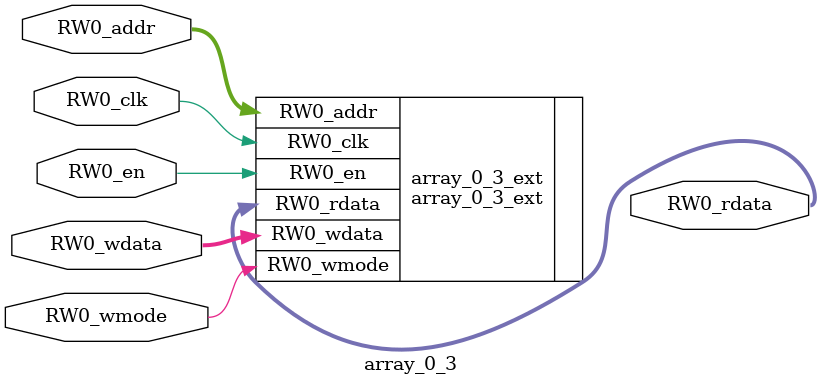
<source format=sv>
`ifndef RANDOMIZE
  `ifdef RANDOMIZE_MEM_INIT
    `define RANDOMIZE
  `endif // RANDOMIZE_MEM_INIT
`endif // not def RANDOMIZE
`ifndef RANDOMIZE
  `ifdef RANDOMIZE_REG_INIT
    `define RANDOMIZE
  `endif // RANDOMIZE_REG_INIT
`endif // not def RANDOMIZE

`ifndef RANDOM
  `define RANDOM $random
`endif // not def RANDOM

// Users can define INIT_RANDOM as general code that gets injected into the
// initializer block for modules with registers.
`ifndef INIT_RANDOM
  `define INIT_RANDOM
`endif // not def INIT_RANDOM

// If using random initialization, you can also define RANDOMIZE_DELAY to
// customize the delay used, otherwise 0.002 is used.
`ifndef RANDOMIZE_DELAY
  `define RANDOMIZE_DELAY 0.002
`endif // not def RANDOMIZE_DELAY

// Define INIT_RANDOM_PROLOG_ for use in our modules below.
`ifndef INIT_RANDOM_PROLOG_
  `ifdef RANDOMIZE
    `ifdef VERILATOR
      `define INIT_RANDOM_PROLOG_ `INIT_RANDOM
    `else  // VERILATOR
      `define INIT_RANDOM_PROLOG_ `INIT_RANDOM #`RANDOMIZE_DELAY begin end
    `endif // VERILATOR
  `else  // RANDOMIZE
    `define INIT_RANDOM_PROLOG_
  `endif // RANDOMIZE
`endif // not def INIT_RANDOM_PROLOG_

// Include register initializers in init blocks unless synthesis is set
`ifndef SYNTHESIS
  `ifndef ENABLE_INITIAL_REG_
    `define ENABLE_INITIAL_REG_
  `endif // not def ENABLE_INITIAL_REG_
`endif // not def SYNTHESIS

// Include rmemory initializers in init blocks unless synthesis is set
`ifndef SYNTHESIS
  `ifndef ENABLE_INITIAL_MEM_
    `define ENABLE_INITIAL_MEM_
  `endif // not def ENABLE_INITIAL_MEM_
`endif // not def SYNTHESIS

module array_0_3(
  input  [6:0]  RW0_addr,
  input         RW0_en,
  input         RW0_clk,
  input         RW0_wmode,
  input  [15:0] RW0_wdata,
  output [15:0] RW0_rdata
);

  array_0_3_ext array_0_3_ext (
    .RW0_addr  (RW0_addr),
    .RW0_en    (RW0_en),
    .RW0_clk   (RW0_clk),
    .RW0_wmode (RW0_wmode),
    .RW0_wdata (RW0_wdata),
    .RW0_rdata (RW0_rdata)
  );
endmodule


</source>
